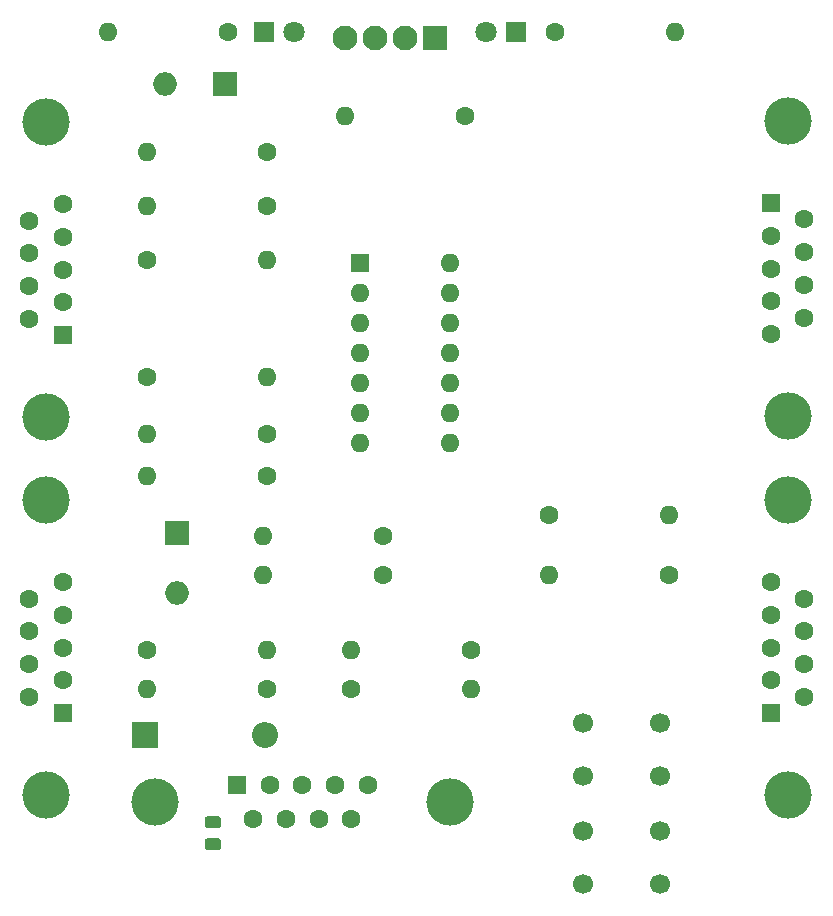
<source format=gbr>
G04 #@! TF.GenerationSoftware,KiCad,Pcbnew,(5.1.5)-3*
G04 #@! TF.CreationDate,2020-03-14T12:37:39-04:00*
G04 #@! TF.ProjectId,CB3,4342332e-6b69-4636-9164-5f7063625858,rev?*
G04 #@! TF.SameCoordinates,Original*
G04 #@! TF.FileFunction,Soldermask,Bot*
G04 #@! TF.FilePolarity,Negative*
%FSLAX46Y46*%
G04 Gerber Fmt 4.6, Leading zero omitted, Abs format (unit mm)*
G04 Created by KiCad (PCBNEW (5.1.5)-3) date 2020-03-14 12:37:39*
%MOMM*%
%LPD*%
G04 APERTURE LIST*
%ADD10O,1.600000X1.600000*%
%ADD11C,1.600000*%
%ADD12C,1.800000*%
%ADD13R,1.800000X1.800000*%
%ADD14O,2.000000X2.000000*%
%ADD15R,2.000000X2.000000*%
%ADD16O,2.200000X2.200000*%
%ADD17R,2.200000X2.200000*%
%ADD18R,1.600000X1.600000*%
%ADD19C,4.000000*%
%ADD20C,2.100000*%
%ADD21R,2.100000X2.100000*%
%ADD22C,0.100000*%
%ADD23C,1.700000*%
G04 APERTURE END LIST*
D10*
X138176000Y-41910000D03*
D11*
X128016000Y-41910000D03*
D10*
X90170000Y-41910000D03*
D11*
X100330000Y-41910000D03*
D12*
X122174000Y-41910000D03*
D13*
X124714000Y-41910000D03*
D12*
X105918000Y-41910000D03*
D13*
X103378000Y-41910000D03*
D14*
X94996000Y-46278800D03*
D15*
X100076000Y-46278800D03*
D16*
X103460000Y-101400000D03*
D17*
X93300000Y-101400000D03*
D14*
X96000000Y-89380000D03*
D15*
X96000000Y-84300000D03*
D18*
X86360000Y-67564000D03*
D11*
X86360000Y-64794000D03*
X86360000Y-62024000D03*
X86360000Y-59254000D03*
X86360000Y-56484000D03*
X83520000Y-66179000D03*
X83520000Y-63409000D03*
X83520000Y-60639000D03*
X83520000Y-57869000D03*
D19*
X84940000Y-49524000D03*
X84940000Y-74524000D03*
D18*
X146304000Y-56388000D03*
D11*
X146304000Y-59158000D03*
X146304000Y-61928000D03*
X146304000Y-64698000D03*
X146304000Y-67468000D03*
X149144000Y-57773000D03*
X149144000Y-60543000D03*
X149144000Y-63313000D03*
X149144000Y-66083000D03*
D19*
X147724000Y-74428000D03*
X147724000Y-49428000D03*
D18*
X111506000Y-61468000D03*
D10*
X119126000Y-76708000D03*
X111506000Y-64008000D03*
X119126000Y-74168000D03*
X111506000Y-66548000D03*
X119126000Y-71628000D03*
X111506000Y-69088000D03*
X119126000Y-69088000D03*
X111506000Y-71628000D03*
X119126000Y-66548000D03*
X111506000Y-74168000D03*
X119126000Y-64008000D03*
X111506000Y-76708000D03*
X119126000Y-61468000D03*
D20*
X110236000Y-42418000D03*
X112776000Y-42418000D03*
X115316000Y-42418000D03*
D21*
X117856000Y-42418000D03*
D22*
G36*
X99540142Y-110179174D02*
G01*
X99563803Y-110182684D01*
X99587007Y-110188496D01*
X99609529Y-110196554D01*
X99631153Y-110206782D01*
X99651670Y-110219079D01*
X99670883Y-110233329D01*
X99688607Y-110249393D01*
X99704671Y-110267117D01*
X99718921Y-110286330D01*
X99731218Y-110306847D01*
X99741446Y-110328471D01*
X99749504Y-110350993D01*
X99755316Y-110374197D01*
X99758826Y-110397858D01*
X99760000Y-110421750D01*
X99760000Y-110909250D01*
X99758826Y-110933142D01*
X99755316Y-110956803D01*
X99749504Y-110980007D01*
X99741446Y-111002529D01*
X99731218Y-111024153D01*
X99718921Y-111044670D01*
X99704671Y-111063883D01*
X99688607Y-111081607D01*
X99670883Y-111097671D01*
X99651670Y-111111921D01*
X99631153Y-111124218D01*
X99609529Y-111134446D01*
X99587007Y-111142504D01*
X99563803Y-111148316D01*
X99540142Y-111151826D01*
X99516250Y-111153000D01*
X98603750Y-111153000D01*
X98579858Y-111151826D01*
X98556197Y-111148316D01*
X98532993Y-111142504D01*
X98510471Y-111134446D01*
X98488847Y-111124218D01*
X98468330Y-111111921D01*
X98449117Y-111097671D01*
X98431393Y-111081607D01*
X98415329Y-111063883D01*
X98401079Y-111044670D01*
X98388782Y-111024153D01*
X98378554Y-111002529D01*
X98370496Y-110980007D01*
X98364684Y-110956803D01*
X98361174Y-110933142D01*
X98360000Y-110909250D01*
X98360000Y-110421750D01*
X98361174Y-110397858D01*
X98364684Y-110374197D01*
X98370496Y-110350993D01*
X98378554Y-110328471D01*
X98388782Y-110306847D01*
X98401079Y-110286330D01*
X98415329Y-110267117D01*
X98431393Y-110249393D01*
X98449117Y-110233329D01*
X98468330Y-110219079D01*
X98488847Y-110206782D01*
X98510471Y-110196554D01*
X98532993Y-110188496D01*
X98556197Y-110182684D01*
X98579858Y-110179174D01*
X98603750Y-110178000D01*
X99516250Y-110178000D01*
X99540142Y-110179174D01*
G37*
G36*
X99540142Y-108304174D02*
G01*
X99563803Y-108307684D01*
X99587007Y-108313496D01*
X99609529Y-108321554D01*
X99631153Y-108331782D01*
X99651670Y-108344079D01*
X99670883Y-108358329D01*
X99688607Y-108374393D01*
X99704671Y-108392117D01*
X99718921Y-108411330D01*
X99731218Y-108431847D01*
X99741446Y-108453471D01*
X99749504Y-108475993D01*
X99755316Y-108499197D01*
X99758826Y-108522858D01*
X99760000Y-108546750D01*
X99760000Y-109034250D01*
X99758826Y-109058142D01*
X99755316Y-109081803D01*
X99749504Y-109105007D01*
X99741446Y-109127529D01*
X99731218Y-109149153D01*
X99718921Y-109169670D01*
X99704671Y-109188883D01*
X99688607Y-109206607D01*
X99670883Y-109222671D01*
X99651670Y-109236921D01*
X99631153Y-109249218D01*
X99609529Y-109259446D01*
X99587007Y-109267504D01*
X99563803Y-109273316D01*
X99540142Y-109276826D01*
X99516250Y-109278000D01*
X98603750Y-109278000D01*
X98579858Y-109276826D01*
X98556197Y-109273316D01*
X98532993Y-109267504D01*
X98510471Y-109259446D01*
X98488847Y-109249218D01*
X98468330Y-109236921D01*
X98449117Y-109222671D01*
X98431393Y-109206607D01*
X98415329Y-109188883D01*
X98401079Y-109169670D01*
X98388782Y-109149153D01*
X98378554Y-109127529D01*
X98370496Y-109105007D01*
X98364684Y-109081803D01*
X98361174Y-109058142D01*
X98360000Y-109034250D01*
X98360000Y-108546750D01*
X98361174Y-108522858D01*
X98364684Y-108499197D01*
X98370496Y-108475993D01*
X98378554Y-108453471D01*
X98388782Y-108431847D01*
X98401079Y-108411330D01*
X98415329Y-108392117D01*
X98431393Y-108374393D01*
X98449117Y-108358329D01*
X98468330Y-108344079D01*
X98488847Y-108331782D01*
X98510471Y-108321554D01*
X98532993Y-108313496D01*
X98556197Y-108307684D01*
X98579858Y-108304174D01*
X98603750Y-108303000D01*
X99516250Y-108303000D01*
X99540142Y-108304174D01*
G37*
D23*
X130406000Y-100402000D03*
X136906000Y-100402000D03*
X130406000Y-104902000D03*
X136906000Y-104902000D03*
X130406000Y-109546000D03*
X136906000Y-109546000D03*
X130406000Y-114046000D03*
X136906000Y-114046000D03*
D10*
X137668000Y-82804000D03*
D11*
X127508000Y-82804000D03*
D10*
X127508000Y-87884000D03*
D11*
X137668000Y-87884000D03*
D10*
X110236000Y-49022000D03*
D11*
X120396000Y-49022000D03*
D10*
X120904000Y-97536000D03*
D11*
X110744000Y-97536000D03*
D10*
X93472000Y-52070000D03*
D11*
X103632000Y-52070000D03*
D10*
X103632000Y-61214000D03*
D11*
X93472000Y-61214000D03*
D10*
X93472000Y-56642000D03*
D11*
X103632000Y-56642000D03*
D10*
X93472000Y-97536000D03*
D11*
X103632000Y-97536000D03*
D10*
X110744000Y-94234000D03*
D11*
X120904000Y-94234000D03*
D10*
X103632000Y-71120000D03*
D11*
X93472000Y-71120000D03*
D10*
X93472000Y-75946000D03*
D11*
X103632000Y-75946000D03*
D10*
X93472000Y-79502000D03*
D11*
X103632000Y-79502000D03*
D10*
X103632000Y-94234000D03*
D11*
X93472000Y-94234000D03*
D10*
X103272000Y-87884000D03*
D11*
X113432000Y-87884000D03*
D10*
X103272000Y-84582000D03*
D11*
X113432000Y-84582000D03*
D18*
X146304000Y-99568000D03*
D11*
X146304000Y-96798000D03*
X146304000Y-94028000D03*
X146304000Y-91258000D03*
X146304000Y-88488000D03*
X149144000Y-98183000D03*
X149144000Y-95413000D03*
X149144000Y-92643000D03*
X149144000Y-89873000D03*
D19*
X147724000Y-106528000D03*
X147724000Y-81528000D03*
D18*
X101092000Y-105664000D03*
D11*
X103862000Y-105664000D03*
X106632000Y-105664000D03*
X109402000Y-105664000D03*
X112172000Y-105664000D03*
X102477000Y-108504000D03*
X105247000Y-108504000D03*
X108017000Y-108504000D03*
X110787000Y-108504000D03*
D19*
X94132000Y-107084000D03*
X119132000Y-107084000D03*
D18*
X86360000Y-99568000D03*
D11*
X86360000Y-96798000D03*
X86360000Y-94028000D03*
X86360000Y-91258000D03*
X86360000Y-88488000D03*
X83520000Y-98183000D03*
X83520000Y-95413000D03*
X83520000Y-92643000D03*
X83520000Y-89873000D03*
D19*
X84940000Y-81528000D03*
X84940000Y-106528000D03*
M02*

</source>
